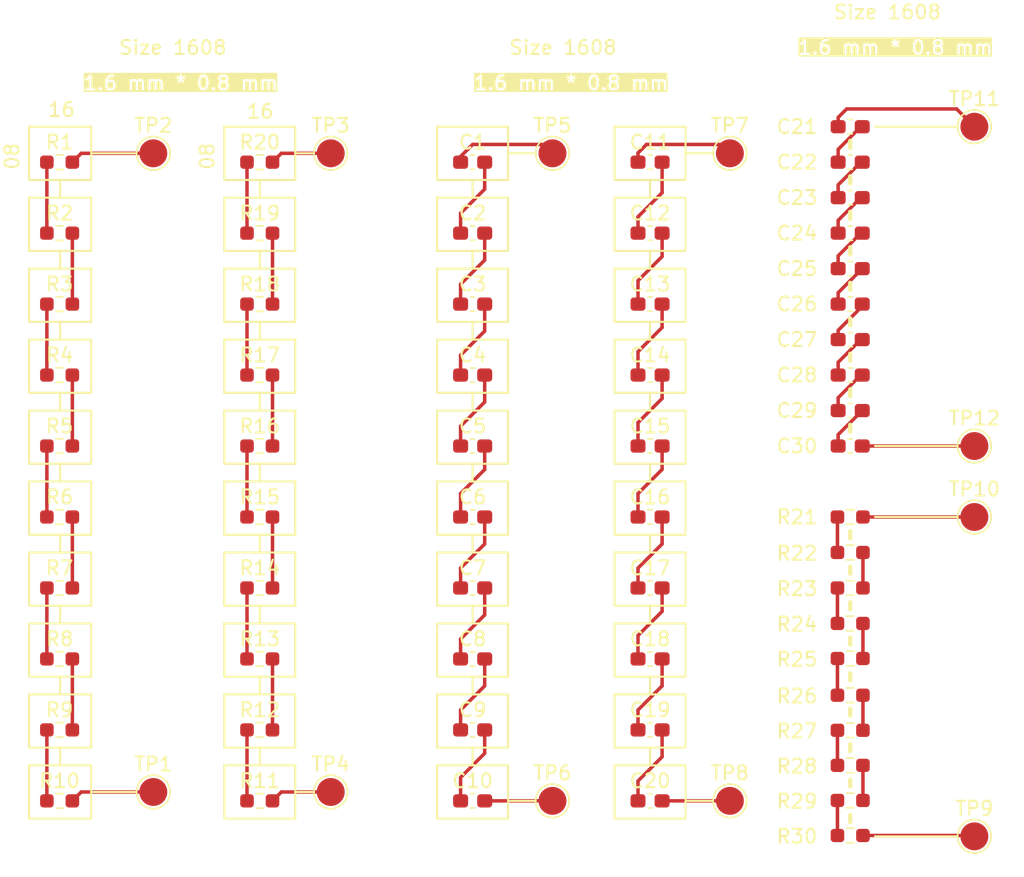
<source format=kicad_pcb>
(kicad_pcb (version 20221018) (generator pcbnew)
  (layers (0 "F.Cu" signal) (31 "B.Cu" signal) (34 "B.Paste" user) (35 "F.Paste" user) (36 "B.SilkS" user "B.Silkscreen") (37 "F.SilkS" user "F.Silkscreen") (38 "B.Mask" user) (39 "F.Mask" user) (44 "Edge.Cuts" user))
  (net 0 "")
  (net 1 "Net-(R1-Pad1)")
  (net 2 "GND")
  (net 3 "Net-(R2-Pad2)")
  (net 4 "Net-(R3-Pad1)")
  (net 5 "Net-(R4-Pad2)")
  (net 6 "Net-(R5-Pad1)")
  (net 7 "Net-(R6-Pad2)")
  (net 8 "Net-(R7-Pad1)")
  (net 9 "Net-(R8-Pad2)")
  (net 10 "Net-(R10-Pad1)")
  (net 11 "Net-(R10-Pad2)")
  (net 12 "Net-(R11-Pad1)")
  (net 13 "Net-(R12-Pad2)")
  (net 14 "Net-(R13-Pad1)")
  (net 15 "Net-(R14-Pad2)")
  (net 16 "Net-(R15-Pad1)")
  (net 17 "Net-(R16-Pad2)")
  (net 18 "Net-(R17-Pad1)")
  (net 19 "Net-(R18-Pad2)")
  (net 20 "Net-(R19-Pad1)")
  (net 21 "Net-(R20-Pad2)")
  (net 22 "Net-(C10-Pad2)")
  (net 23 "Net-(C20-Pad2)")
  (net 24 "Net-(C1-Pad2)")
  (net 25 "Net-(C2-Pad2)")
  (net 26 "Net-(C3-Pad2)")
  (net 27 "Net-(C4-Pad2)")
  (net 28 "Net-(C5-Pad2)")
  (net 29 "Net-(C6-Pad2)")
  (net 30 "Net-(C7-Pad2)")
  (net 31 "Net-(C8-Pad2)")
  (net 32 "Net-(C10-Pad1)")
  (net 33 "Net-(C11-Pad2)")
  (net 34 "Net-(C12-Pad2)")
  (net 35 "Net-(C13-Pad2)")
  (net 36 "Net-(C14-Pad2)")
  (net 37 "Net-(C15-Pad2)")
  (net 38 "Net-(C16-Pad2)")
  (net 39 "Net-(C17-Pad2)")
  (net 40 "Net-(C18-Pad2)")
  (net 41 "Net-(C19-Pad2)")
  (net 42 "Net-(C21-Pad2)")
  (net 43 "Net-(C22-Pad2)")
  (net 44 "Net-(C23-Pad2)")
  (net 45 "Net-(C24-Pad2)")
  (net 46 "Net-(C25-Pad2)")
  (net 47 "Net-(C26-Pad2)")
  (net 48 "Net-(C27-Pad2)")
  (net 49 "Net-(C28-Pad2)")
  (net 50 "Net-(C29-Pad2)")
  (net 51 "Net-(C30-Pad2)")
  (net 52 "Net-(R21-Pad1)")
  (net 53 "Net-(R22-Pad2)")
  (net 54 "Net-(R23-Pad1)")
  (net 55 "Net-(R24-Pad2)")
  (net 56 "Net-(R25-Pad1)")
  (net 57 "Net-(R26-Pad2)")
  (net 58 "Net-(R27-Pad1)")
  (net 59 "Net-(R28-Pad2)")
  (net 60 "Net-(R29-Pad1)")
  (net 61 "Net-(R30-Pad2)")
  (footprint "Resistor_SMD:R_0603_1608Metric_Pad0.98x0.95mm_HandSolder" (layer "F.Cu") (at 139.7 78.74)
    (fp_text reference "R18")
    (fp_text value "R")
  )
  (footprint "TestPoint:TestPoint_Pad_D2.0mm" (layer "F.Cu") (at 160.655 114.3)
    (fp_text reference "TP6")
    (fp_text value "TestPoint")
  )
  (footprint "Capacitor_SMD:C_0603_1608Metric_Pad1.08x0.95mm_HandSolder" (layer "F.Cu") (at 167.64 83.82)
    (fp_text reference "C14")
    (fp_text value "C")
  )
  (footprint "Capacitor_SMD:C_0603_1608Metric_Pad1.08x0.95mm_HandSolder" (layer "F.Cu") (at 181.9675 73.66)
    (fp_text reference "C24")
    (fp_text value "C")
  )
  (footprint "Resistor_SMD:R_0603_1608Metric_Pad0.98x0.95mm_HandSolder" (layer "F.Cu") (at 181.9675 104.11)
    (fp_text reference "R25")
    (fp_text value "R")
  )
  (footprint "TestPoint:TestPoint_Pad_D2.0mm" (layer "F.Cu") (at 190.8575 66.04)
    (fp_text reference "TP11")
    (fp_text value "TestPoint")
  )
  (footprint "TestPoint:TestPoint_Pad_D2.0mm" (layer "F.Cu") (at 144.78 67.945)
    (fp_text reference "TP3")
    (fp_text value "TestPoint")
  )
  (footprint "TestPoint:TestPoint_Pad_D2.0mm" (layer "F.Cu") (at 173.355 114.3)
    (fp_text reference "TP8")
    (fp_text value "TestPoint")
  )
  (footprint "Capacitor_SMD:C_0603_1608Metric_Pad1.08x0.95mm_HandSolder" (layer "F.Cu") (at 154.94 114.3)
    (fp_text reference "C10")
    (fp_text value "C")
  )
  (footprint "Resistor_SMD:R_0603_1608Metric_Pad0.98x0.95mm_HandSolder" (layer "F.Cu") (at 181.9675 93.98)
    (fp_text reference "R21")
    (fp_text value "R")
  )
  (footprint "Resistor_SMD:R_0603_1608Metric_Pad0.98x0.95mm_HandSolder" (layer "F.Cu") (at 181.9675 111.76)
    (fp_text reference "R28")
    (fp_text value "R")
  )
  (footprint "Resistor_SMD:R_0603_1608Metric_Pad0.98x0.95mm_HandSolder" (layer "F.Cu") (at 125.3725 99.06)
    (fp_text reference "R7")
    (fp_text value "R")
  )
  (footprint "Capacitor_SMD:C_0603_1608Metric_Pad1.08x0.95mm_HandSolder" (layer "F.Cu") (at 154.94 104.14)
    (fp_text reference "C8")
    (fp_text value "C")
  )
  (footprint "TestPoint:TestPoint_Pad_D2.0mm" (layer "F.Cu") (at 144.78 113.665)
    (fp_text reference "TP4")
    (fp_text value "TestPoint")
  )
  (footprint "Capacitor_SMD:C_0603_1608Metric_Pad1.08x0.95mm_HandSolder" (layer "F.Cu") (at 154.94 109.22)
    (fp_text reference "C9")
    (fp_text value "C")
  )
  (footprint "Resistor_SMD:R_0603_1608Metric_Pad0.98x0.95mm_HandSolder" (layer "F.Cu") (at 181.9675 101.6)
    (fp_text reference "R24")
    (fp_text value "R")
  )
  (footprint "Resistor_SMD:R_0603_1608Metric_Pad0.98x0.95mm_HandSolder" (layer "F.Cu") (at 125.3725 109.22)
    (fp_text reference "R9")
    (fp_text value "R")
  )
  (footprint "Capacitor_SMD:C_0603_1608Metric_Pad1.08x0.95mm_HandSolder" (layer "F.Cu") (at 154.94 78.74)
    (fp_text reference "C3")
    (fp_text value "C")
  )
  (footprint "Resistor_SMD:R_0603_1608Metric_Pad0.98x0.95mm_HandSolder" (layer "F.Cu") (at 139.7 104.14)
    (fp_text reference "R13")
    (fp_text value "R")
  )
  (footprint "Capacitor_SMD:C_0603_1608Metric_Pad1.08x0.95mm_HandSolder" (layer "F.Cu") (at 167.64 78.74)
    (fp_text reference "C13")
    (fp_text value "C")
  )
  (footprint "Capacitor_SMD:C_0603_1608Metric_Pad1.08x0.95mm_HandSolder" (layer "F.Cu") (at 181.9675 78.74)
    (fp_text reference "C26")
    (fp_text value "C")
  )
  (footprint "TestPoint:TestPoint_Pad_D2.0mm" (layer "F.Cu") (at 190.8575 88.9)
    (fp_text reference "TP12")
    (fp_text value "TestPoint")
  )
  (footprint "Resistor_SMD:R_0603_1608Metric_Pad0.98x0.95mm_HandSolder" (layer "F.Cu") (at 181.9675 116.78)
    (fp_text reference "R30")
    (fp_text value "R")
  )
  (footprint "Capacitor_SMD:C_0603_1608Metric_Pad1.08x0.95mm_HandSolder" (layer "F.Cu") (at 181.9675 71.12)
    (fp_text reference "C23")
    (fp_text value "C")
  )
  (footprint "Resistor_SMD:R_0603_1608Metric_Pad0.98x0.95mm_HandSolder" (layer "F.Cu") (at 125.3725 88.9)
    (fp_text reference "R5")
    (fp_text value "R")
  )
  (footprint "Resistor_SMD:R_0603_1608Metric_Pad0.98x0.95mm_HandSolder" (layer "F.Cu") (at 139.7 68.58)
    (fp_text reference "R20")
    (fp_text value "R")
  )
  (footprint "Resistor_SMD:R_0603_1608Metric_Pad0.98x0.95mm_HandSolder" (layer "F.Cu") (at 125.3725 78.74)
    (fp_text reference "R3")
    (fp_text value "R")
  )
  (footprint "TestPoint:TestPoint_Pad_D2.0mm" (layer "F.Cu") (at 132.08 113.665)
    (fp_text reference "TP1")
    (fp_text value "TestPoint")
  )
  (footprint "Resistor_SMD:R_0603_1608Metric_Pad0.98x0.95mm_HandSolder" (layer "F.Cu") (at 139.7 73.66)
    (fp_text reference "R19")
    (fp_text value "R")
  )
  (footprint "TestPoint:TestPoint_Pad_D2.0mm" (layer "F.Cu") (at 173.355 67.945)
    (fp_text reference "TP7")
    (fp_text value "TestPoint")
  )
  (footprint "Capacitor_SMD:C_0603_1608Metric_Pad1.08x0.95mm_HandSolder" (layer "F.Cu") (at 154.94 93.98)
    (fp_text reference "C6")
    (fp_text value "C")
  )
  (footprint "Capacitor_SMD:C_0603_1608Metric_Pad1.08x0.95mm_HandSolder" (layer "F.Cu") (at 167.64 99.06)
    (fp_text reference "C17")
    (fp_text value "C")
  )
  (footprint "Resistor_SMD:R_0603_1608Metric_Pad0.98x0.95mm_HandSolder" (layer "F.Cu") (at 125.3725 68.58)
    (fp_text reference "R1")
    (fp_text value "R")
  )
  (footprint "Resistor_SMD:R_0603_1608Metric_Pad0.98x0.95mm_HandSolder" (layer "F.Cu") (at 125.3725 73.66)
    (fp_text reference "R2")
    (fp_text value "R")
  )
  (footprint "Capacitor_SMD:C_0603_1608Metric_Pad1.08x0.95mm_HandSolder" (layer "F.Cu") (at 167.64 88.9)
    (fp_text reference "C15")
    (fp_text value "C")
  )
  (footprint "Resistor_SMD:R_0603_1608Metric_Pad0.98x0.95mm_HandSolder" (layer "F.Cu") (at 139.7 109.22)
    (fp_text reference "R12")
    (fp_text value "R")
  )
  (footprint "Resistor_SMD:R_0603_1608Metric_Pad0.98x0.95mm_HandSolder" (layer "F.Cu") (at 139.7 99.06)
    (fp_text reference "R14")
    (fp_text value "R")
  )
  (footprint "TestPoint:TestPoint_Pad_D2.0mm" (layer "F.Cu") (at 190.8575 116.84)
    (fp_text reference "TP9")
    (fp_text value "TestPoint")
  )
  (footprint "TestPoint:TestPoint_Pad_D2.0mm" (layer "F.Cu") (at 190.8575 93.98)
    (fp_text reference "TP10")
    (fp_text value "TestPoint")
  )
  (footprint "Capacitor_SMD:C_0603_1608Metric_Pad1.08x0.95mm_HandSolder" (layer "F.Cu") (at 181.9675 88.9)
    (fp_text reference "C30")
    (fp_text value "C")
  )
  (footprint "Resistor_SMD:R_0603_1608Metric_Pad0.98x0.95mm_HandSolder" (layer "F.Cu") (at 125.3725 114.3)
    (fp_text reference "R10")
    (fp_text value "R")
  )
  (footprint "Capacitor_SMD:C_0603_1608Metric_Pad1.08x0.95mm_HandSolder" (layer "F.Cu") (at 167.64 109.22)
    (fp_text reference "C19")
    (fp_text value "C")
  )
  (footprint "Resistor_SMD:R_0603_1608Metric_Pad0.98x0.95mm_HandSolder" (layer "F.Cu") (at 125.3725 104.14)
    (fp_text reference "R8")
    (fp_text value "R")
  )
  (footprint "Resistor_SMD:R_0603_1608Metric_Pad0.98x0.95mm_HandSolder" (layer "F.Cu") (at 139.7 93.98)
    (fp_text reference "R15")
    (fp_text value "R")
  )
  (footprint "Capacitor_SMD:C_0603_1608Metric_Pad1.08x0.95mm_HandSolder" (layer "F.Cu") (at 181.9675 81.28)
    (fp_text reference "C27")
    (fp_text value "C")
  )
  (footprint "Capacitor_SMD:C_0603_1608Metric_Pad1.08x0.95mm_HandSolder" (layer "F.Cu") (at 167.64 73.66)
    (fp_text reference "C12")
    (fp_text value "C")
  )
  (footprint "Capacitor_SMD:C_0603_1608Metric_Pad1.08x0.95mm_HandSolder" (layer "F.Cu") (at 154.94 88.9)
    (fp_text reference "C5")
    (fp_text value "C")
  )
  (footprint "Resistor_SMD:R_0603_1608Metric_Pad0.98x0.95mm_HandSolder" (layer "F.Cu") (at 181.9675 106.74)
    (fp_text reference "R26")
    (fp_text value "R")
  )
  (footprint "Capacitor_SMD:C_0603_1608Metric_Pad1.08x0.95mm_HandSolder" (layer "F.Cu") (at 167.64 114.3)
    (fp_text reference "C20")
    (fp_text value "C")
  )
  (footprint "Resistor_SMD:R_0603_1608Metric_Pad0.98x0.95mm_HandSolder" (layer "F.Cu") (at 125.3725 83.82)
    (fp_text reference "R4")
    (fp_text value "R")
  )
  (footprint "Resistor_SMD:R_0603_1608Metric_Pad0.98x0.95mm_HandSolder" (layer "F.Cu") (at 181.9675 99.06)
    (fp_text reference "R23")
    (fp_text value "R")
  )
  (footprint "Capacitor_SMD:C_0603_1608Metric_Pad1.08x0.95mm_HandSolder" (layer "F.Cu") (at 181.9675 76.2)
    (fp_text reference "C25")
    (fp_text value "C")
  )
  (footprint "TestPoint:TestPoint_Pad_D2.0mm" (layer "F.Cu") (at 160.655 67.945)
    (fp_text reference "TP5")
    (fp_text value "TestPoint")
  )
  (footprint "Resistor_SMD:R_0603_1608Metric_Pad0.98x0.95mm_HandSolder" (layer "F.Cu") (at 139.7 88.9)
    (fp_text reference "R16")
    (fp_text value "R")
  )
  (footprint "Capacitor_SMD:C_0603_1608Metric_Pad1.08x0.95mm_HandSolder" (layer "F.Cu") (at 167.64 68.58)
    (fp_text reference "C11")
    (fp_text value "C")
  )
  (footprint "Capacitor_SMD:C_0603_1608Metric_Pad1.08x0.95mm_HandSolder" (layer "F.Cu") (at 154.94 83.82)
    (fp_text reference "C4")
    (fp_text value "C")
  )
  (footprint "Capacitor_SMD:C_0603_1608Metric_Pad1.08x0.95mm_HandSolder" (layer "F.Cu") (at 181.9675 86.36)
    (fp_text reference "C29")
    (fp_text value "C")
  )
  (footprint "Resistor_SMD:R_0603_1608Metric_Pad0.98x0.95mm_HandSolder" (layer "F.Cu") (at 181.9675 109.25)
    (fp_text reference "R27")
    (fp_text value "R")
  )
  (footprint "Capacitor_SMD:C_0603_1608Metric_Pad1.08x0.95mm_HandSolder" (layer "F.Cu") (at 181.9675 83.82)
    (fp_text reference "C28")
    (fp_text value "C")
  )
  (footprint "Capacitor_SMD:C_0603_1608Metric_Pad1.08x0.95mm_HandSolder" (layer "F.Cu") (at 154.94 68.58)
    (fp_text reference "C1")
    (fp_text value "C")
  )
  (footprint "Capacitor_SMD:C_0603_1608Metric_Pad1.08x0.95mm_HandSolder" (layer "F.Cu") (at 154.94 99.06)
    (fp_text reference "C7")
    (fp_text value "C")
  )
  (footprint "Capacitor_SMD:C_0603_1608Metric_Pad1.08x0.95mm_HandSolder" (layer "F.Cu") (at 167.64 93.98)
    (fp_text reference "C16")
    (fp_text value "C")
  )
  (footprint "Resistor_SMD:R_0603_1608Metric_Pad0.98x0.95mm_HandSolder" (layer "F.Cu") (at 139.7 83.82)
    (fp_text reference "R17")
    (fp_text value "R")
  )
  (footprint "Resistor_SMD:R_0603_1608Metric_Pad0.98x0.95mm_HandSolder" (layer "F.Cu") (at 181.9675 114.27)
    (fp_text reference "R29")
    (fp_text value "R")
  )
  (footprint "Resistor_SMD:R_0603_1608Metric_Pad0.98x0.95mm_HandSolder" (layer "F.Cu") (at 139.7 114.3)
    (fp_text reference "R11")
    (fp_text value "R")
  )
  (footprint "Capacitor_SMD:C_0603_1608Metric_Pad1.08x0.95mm_HandSolder" (layer "F.Cu") (at 167.64 104.14)
    (fp_text reference "C18")
    (fp_text value "C")
  )
  (footprint "Capacitor_SMD:C_0603_1608Metric_Pad1.08x0.95mm_HandSolder" (layer "F.Cu") (at 181.9675 66.04)
    (fp_text reference "C21")
    (fp_text value "C")
  )
  (footprint "Capacitor_SMD:C_0603_1608Metric_Pad1.08x0.95mm_HandSolder" (layer "F.Cu") (at 154.94 73.66)
    (fp_text reference "C2")
    (fp_text value "C")
  )
  (footprint "Capacitor_SMD:C_0603_1608Metric_Pad1.08x0.95mm_HandSolder" (layer "F.Cu") (at 181.9675 68.58)
    (fp_text reference "C22")
    (fp_text value "C")
  )
  (footprint "Resistor_SMD:R_0603_1608Metric_Pad0.98x0.95mm_HandSolder" (layer "F.Cu") (at 181.9675 96.52)
    (fp_text reference "R22")
    (fp_text value "R")
  )
  (footprint "TestPoint:TestPoint_Pad_D2.0mm" (layer "F.Cu") (at 132.08 67.945)
    (fp_text reference "TP2")
    (fp_text value "TestPoint")
  )
  (footprint "Resistor_SMD:R_0603_1608Metric_Pad0.98x0.95mm_HandSolder" (layer "F.Cu") (at 125.3725 93.98)
    (fp_text reference "R6")
    (fp_text value "R")
  )
  (gr_line (start 183.7455 93.98) (end 189.6575 93.98) (stroke (width 0.15)) (layer "F.SilkS"))
  (gr_line (start 154.94 71.12) (end 154.94 69.85) (stroke (width 0.15)) (layer "F.SilkS"))
  (gr_rect (start 137.16 86.36) (end 142.24 90.17) (stroke (width 0.15)) (fill none) (layer "F.SilkS"))
  (gr_line (start 167.64 95.25) (end 167.64 96.52) (stroke (width 0.15)) (layer "F.SilkS"))
  (gr_rect (start 152.4 71.12) (end 157.48 74.93) (stroke (width 0.15)) (fill none) (layer "F.SilkS"))
  (gr_line (start 154.94 91.44) (end 154.94 90.17) (stroke (width 0.15)) (layer "F.SilkS"))
  (gr_line (start 125.4125 111.76) (end 125.4125 110.49) (stroke (width 0.15)) (layer "F.SilkS"))
  (gr_rect (start 165.1 66.04) (end 170.18 69.85) (stroke (width 0.15)) (fill none) (layer "F.SilkS"))
  (gr_line (start 167.64 80.01) (end 167.64 81.28) (stroke (width 0.15)) (layer "F.SilkS"))
  (gr_line (start 125.4125 81.28) (end 125.4125 80.01) (stroke (width 0.15)) (layer "F.SilkS"))
  (gr_rect (start 123.19 86.36) (end 127.635 90.17) (stroke (width 0.15)) (fill none) (layer "F.SilkS"))
  (gr_rect (start 165.1 111.76) (end 170.18 115.57) (stroke (width 0.15)) (fill none) (layer "F.SilkS"))
  (gr_rect (start 165.1 81.28) (end 170.18 85.09) (stroke (width 0.15)) (fill none) (layer "F.SilkS"))
  (gr_line (start 125.4125 106.68) (end 125.4125 105.41) (stroke (width 0.15)) (layer "F.SilkS"))
  (gr_line (start 125.4125 96.52) (end 125.4125 95.25) (stroke (width 0.15)) (layer "F.SilkS"))
  (gr_rect (start 165.1 106.68) (end 170.18 110.49) (stroke (width 0.15)) (fill none) (layer "F.SilkS"))
  (gr_line (start 125.4125 86.36) (end 125.4125 85.09) (stroke (width 0.15)) (layer "F.SilkS"))
  (gr_line (start 125.4125 71.12) (end 125.4125 69.85) (stroke (width 0.15)) (layer "F.SilkS"))
  (gr_line (start 159.455 114.3) (end 157.48 114.3) (stroke (width 0.15)) (layer "F.SilkS"))
  (gr_line (start 130.88 113.665) (end 127.635 113.665) (stroke (width 0.15)) (layer "F.SilkS"))
  (gr_line (start 154.94 111.76) (end 154.94 110.49) (stroke (width 0.15)) (layer "F.SilkS"))
  (gr_rect (start 123.19 106.68) (end 127.635 110.49) (stroke (width 0.15)) (fill none) (layer "F.SilkS"))
  (gr_rect (start 165.1 71.12) (end 170.18 74.93) (stroke (width 0.15)) (fill none) (layer "F.SilkS"))
  (gr_rect (start 152.4 106.68) (end 157.48 110.49) (stroke (width 0.15)) (fill none) (layer "F.SilkS"))
  (gr_line (start 139.7 96.52) (end 139.7 95.25) (stroke (width 0.15)) (layer "F.SilkS"))
  (gr_line (start 181.9675 100.584) (end 181.9675 100.076) (stroke (width 0.3)) (layer "F.SilkS"))
  (gr_rect (start 165.1 96.52) (end 170.18 100.33) (stroke (width 0.15)) (fill none) (layer "F.SilkS"))
  (gr_line (start 154.94 76.2) (end 154.94 74.93) (stroke (width 0.15)) (layer "F.SilkS"))
  (gr_rect (start 137.16 81.28) (end 142.24 85.09) (stroke (width 0.15)) (fill none) (layer "F.SilkS"))
  (gr_rect (start 137.16 66.04) (end 142.24 69.85) (stroke (width 0.15)) (fill none) (layer "F.SilkS"))
  (gr_rect (start 123.19 91.44) (end 127.635 95.25) (stroke (width 0.15)) (fill none) (layer "F.SilkS"))
  (gr_line (start 154.94 81.28) (end 154.94 80.01) (stroke (width 0.15)) (layer "F.SilkS"))
  (gr_line (start 181.9675 95.504) (end 181.9675 94.996) (stroke (width 0.3)) (layer "F.SilkS"))
  (gr_line (start 189.6575 116.84) (end 183.7455 116.84) (stroke (width 0.15)) (layer "F.SilkS"))
  (gr_line (start 125.4125 76.2) (end 125.4125 74.93) (stroke (width 0.15)) (layer "F.SilkS"))
  (gr_line (start 172.155 114.3) (end 170.18 114.3) (stroke (width 0.15)) (layer "F.SilkS"))
  (gr_line (start 125.4125 101.6) (end 125.4125 100.33) (stroke (width 0.15)) (layer "F.SilkS"))
  (gr_line (start 181.9675 72.644) (end 181.9675 72.136) (stroke (width 0.3)) (layer "F.SilkS"))
  (gr_rect (start 165.1 101.6) (end 170.18 105.41) (stroke (width 0.15)) (fill none) (layer "F.SilkS"))
  (gr_rect (start 123.19 111.76) (end 127.635 115.57) (stroke (width 0.15)) (fill none) (layer "F.SilkS"))
  (gr_rect (start 152.4 81.28) (end 157.48 85.09) (stroke (width 0.15)) (fill none) (layer "F.SilkS"))
  (gr_line (start 154.94 106.68) (end 154.94 105.41) (stroke (width 0.15)) (layer "F.SilkS"))
  (gr_rect (start 137.16 71.12) (end 142.24 74.93) (stroke (width 0.15)) (fill none) (layer "F.SilkS"))
  (gr_rect (start 152.4 66.04) (end 157.48 69.85) (stroke (width 0.15)) (fill none) (layer "F.SilkS"))
  (gr_line (start 181.9675 82.804) (end 181.9675 82.296) (stroke (width 0.3)) (layer "F.SilkS"))
  (gr_line (start 143.58 113.665) (end 142.24 113.665) (stroke (width 0.15)) (layer "F.SilkS"))
  (gr_line (start 154.94 96.52) (end 154.94 95.25) (stroke (width 0.15)) (layer "F.SilkS"))
  (gr_line (start 139.7 71.12) (end 139.7 69.85) (stroke (width 0.15)) (layer "F.SilkS"))
  (gr_line (start 154.94 101.6) (end 154.94 100.33) (stroke (width 0.15)) (layer "F.SilkS"))
  (gr_line (start 139.7 101.6) (end 139.7 100.33) (stroke (width 0.15)) (layer "F.SilkS"))
  (gr_line (start 181.9675 98.044) (end 181.9675 97.536) (stroke (width 0.3)) (layer "F.SilkS"))
  (gr_line (start 143.58 67.945) (end 142.24 67.945) (stroke (width 0.15)) (layer "F.SilkS"))
  (gr_rect (start 137.16 111.76) (end 142.24 115.57) (stroke (width 0.15)) (fill none) (layer "F.SilkS"))
  (gr_line (start 167.64 69.85) (end 167.64 71.12) (stroke (width 0.15)) (layer "F.SilkS"))
  (gr_line (start 125.4125 91.44) (end 125.4125 90.17) (stroke (width 0.15)) (layer "F.SilkS"))
  (gr_line (start 130.88 67.945) (end 127.635 67.945) (stroke (width 0.15)) (layer "F.SilkS"))
  (gr_rect (start 152.4 96.52) (end 157.48 100.33) (stroke (width 0.15)) (fill none) (layer "F.SilkS"))
  (gr_line (start 189.6575 66.04) (end 183.7455 66.04) (stroke (width 0.15)) (layer "F.SilkS"))
  (gr_rect (start 137.16 106.68) (end 142.24 110.49) (stroke (width 0.15)) (fill none) (layer "F.SilkS"))
  (gr_line (start 189.6575 88.9) (end 183.7455 88.9) (stroke (width 0.15)) (layer "F.SilkS"))
  (gr_line (start 167.64 110.49) (end 167.64 111.76) (stroke (width 0.15)) (layer "F.SilkS"))
  (gr_rect (start 152.4 101.6) (end 157.48 105.41) (stroke (width 0.15)) (fill none) (layer "F.SilkS"))
  (gr_rect (start 165.1 91.44) (end 170.18 95.25) (stroke (width 0.15)) (fill none) (layer "F.SilkS"))
  (gr_line (start 139.7 76.2) (end 139.7 74.93) (stroke (width 0.15)) (layer "F.SilkS"))
  (gr_line (start 181.9675 85.344) (end 181.9675 84.836) (stroke (width 0.3)) (layer "F.SilkS"))
  (gr_line (start 181.9675 110.744) (end 181.9675 110.236) (stroke (width 0.3)) (layer "F.SilkS"))
  (gr_line (start 167.64 85.09) (end 167.64 86.36) (stroke (width 0.15)) (layer "F.SilkS"))
  (gr_line (start 181.9675 70.104) (end 181.9675 69.596) (stroke (width 0.3)) (layer "F.SilkS"))
  (gr_line (start 181.9675 103.124) (end 181.9675 102.616) (stroke (width 0.3)) (layer "F.SilkS"))
  (gr_rect (start 123.19 66.04) (end 127.635 69.85) (stroke (width 0.15)) (fill none) (layer "F.SilkS"))
  (gr_line (start 172.155 67.945) (end 170.18 67.945) (stroke (width 0.15)) (layer "F.SilkS"))
  (gr_rect (start 152.4 91.44) (end 157.48 95.25) (stroke (width 0.15)) (fill none) (layer "F.SilkS"))
  (gr_line (start 181.9675 87.884) (end 181.9675 87.376) (stroke (width 0.3)) (layer "F.SilkS"))
  (gr_rect (start 137.16 91.44) (end 142.24 95.25) (stroke (width 0.15)) (fill none) (layer "F.SilkS"))
  (gr_rect (start 152.4 111.76) (end 157.48 115.57) (stroke (width 0.15)) (fill none) (layer "F.SilkS"))
  (gr_rect (start 123.19 81.28) (end 127.635 85.09) (stroke (width 0.15)) (fill none) (layer "F.SilkS"))
  (gr_line (start 181.9675 75.184) (end 181.9675 74.676) (stroke (width 0.3)) (layer "F.SilkS"))
  (gr_line (start 159.455 67.945) (end 157.48 67.945) (stroke (width 0.15)) (layer "F.SilkS"))
  (gr_line (start 181.9675 67.564) (end 181.9675 67.056) (stroke (width 0.3)) (layer "F.SilkS"))
  (gr_line (start 181.9675 115.824) (end 181.9675 115.316) (stroke (width 0.3)) (layer "F.SilkS"))
  (gr_rect (start 123.19 101.6) (end 127.635 105.41) (stroke (width 0.15)) (fill none) (layer "F.SilkS"))
  (gr_line (start 181.9675 80.264) (end 181.9675 79.756) (stroke (width 0.3)) (layer "F.SilkS"))
  (gr_line (start 139.7 111.76) (end 139.7 110.49) (stroke (width 0.15)) (layer "F.SilkS"))
  (gr_line (start 181.9675 108.204) (end 181.9675 107.696) (stroke (width 0.3)) (layer "F.SilkS"))
  (gr_line (start 181.9675 113.284) (end 181.9675 112.776) (stroke (width 0.3)) (layer "F.SilkS"))
  (gr_line (start 167.64 90.17) (end 167.64 91.44) (stroke (width 0.15)) (layer "F.SilkS"))
  (gr_rect (start 123.19 96.52) (end 127.635 100.33) (stroke (width 0.15)) (fill none) (layer "F.SilkS"))
  (gr_line (start 167.64 105.41) (end 167.64 106.68) (stroke (width 0.15)) (layer "F.SilkS"))
  (gr_line (start 154.94 86.36) (end 154.94 85.09) (stroke (width 0.15)) (layer "F.SilkS"))
  (gr_line (start 167.64 101.6) (end 167.64 100.33) (stroke (width 0.15)) (layer "F.SilkS"))
  (gr_rect (start 152.4 86.36) (end 157.48 90.17) (stroke (width 0.15)) (fill none) (layer "F.SilkS"))
  (gr_line (start 139.7 86.36) (end 139.7 85.09) (stroke (width 0.15)) (layer "F.SilkS"))
  (gr_line (start 139.7 91.44) (end 139.7 90.17) (stroke (width 0.15)) (layer "F.SilkS"))
  (gr_rect (start 152.4 76.2) (end 157.48 80.01) (stroke (width 0.15)) (fill none) (layer "F.SilkS"))
  (gr_rect (start 165.1 86.36) (end 170.18 90.17) (stroke (width 0.15)) (fill none) (layer "F.SilkS"))
  (gr_line (start 139.7 81.28) (end 139.7 80.01) (stroke (width 0.15)) (layer "F.SilkS"))
  (gr_rect (start 137.16 96.52) (end 142.24 100.33) (stroke (width 0.15)) (fill none) (layer "F.SilkS"))
  (gr_line (start 181.9675 105.664) (end 181.9675 105.156) (stroke (width 0.3)) (layer "F.SilkS"))
  (gr_line (start 167.64 74.93) (end 167.64 76.2) (stroke (width 0.15)) (layer "F.SilkS"))
  (gr_rect (start 137.16 76.2) (end 142.24 80.01) (stroke (width 0.15)) (fill none) (layer "F.SilkS"))
  (gr_line (start 181.9675 77.724) (end 181.9675 77.216) (stroke (width 0.3)) (layer "F.SilkS"))
  (gr_rect (start 123.19 71.12) (end 127.635 74.93) (stroke (width 0.15)) (fill none) (layer "F.SilkS"))
  (gr_line (start 139.7 106.68) (end 139.7 105.41) (stroke (width 0.15)) (layer "F.SilkS"))
  (gr_rect (start 165.1 76.2) (end 170.18 80.01) (stroke (width 0.15)) (fill none) (layer "F.SilkS"))
  (gr_rect (start 137.16 101.6) (end 142.24 105.41) (stroke (width 0.15)) (fill none) (layer "F.SilkS"))
  (gr_rect (start 123.19 76.2) (end 127.635 80.01) (stroke (width 0.15)) (fill none) (layer "F.SilkS"))
  (gr_text "16" (at 138.684 65.532) (layer "F.SilkS") (effects (font (size 1 1)) (justify left bottom)))
  (gr_text "1.6 mm * 0.8 mm" (at 178.1575 60.96) (layer "F.SilkS" knockout) (effects (font (size 1 1)) (justify left bottom)))
  (gr_text "16" (at 124.46 65.405) (layer "F.SilkS") (effects (font (size 1 1)) (justify left bottom)))
  (gr_text "Size 1608 " (at 180.6975 58.42) (layer "F.SilkS") (effects (font (size 1 1)) (justify left bottom)))
  (gr_text "1.6 mm * 0.8 mm" (at 127 63.5) (layer "F.SilkS" knockout) (effects (font (size 1 1)) (justify left bottom)))
  (gr_text "08" (at 136.525 69.215 90) (layer "F.SilkS") (effects (font (size 1 1)) (justify left bottom)))
  (gr_text "08" (at 122.555 69.215 90) (layer "F.SilkS") (effects (font (size 1 1)) (justify left bottom)))
  (gr_text "Size 1608 " (at 129.54 60.96) (layer "F.SilkS") (effects (font (size 1 1)) (justify left bottom)))
  (gr_text "1.6 mm * 0.8 mm" (at 154.94 63.5) (layer "F.SilkS" knockout) (effects (font (size 1 1)) (justify left bottom)))
  (gr_text "Size 1608 " (at 157.48 60.96) (layer "F.SilkS") (effects (font (size 1 1)) (justify left bottom)))
  (segment (start 124.46 68.58) (end 124.46 73.66) (width 0.25) (layer "F.Cu") (net 1))
  (segment (start 160.02 67.31) (end 154.94 67.31) (width 0.25) (layer "F.Cu") (net 2))
  (segment (start 182.88 93.98) (end 190.8575 93.98) (width 0.25) (layer "F.Cu") (net 2))
  (segment (start 181.7135 64.77) (end 189.5875 64.77) (width 0.25) (layer "F.Cu") (net 2))
  (segment (start 166.7775 68.58) (end 166.7775 67.9185) (width 0.25) (layer "F.Cu") (net 2))
  (segment (start 181.105 65.3785) (end 181.7135 64.77) (width 0.25) (layer "F.Cu") (net 2))
  (segment (start 140.6125 114.3) (end 141.2475 113.665) (width 0.25) (layer "F.Cu") (net 2))
  (segment (start 172.72 67.31) (end 173.355 67.945) (width 0.25) (layer "F.Cu") (net 2))
  (segment (start 154.94 67.31) (end 154.0775 68.1725) (width 0.25) (layer "F.Cu") (net 2))
  (segment (start 141.2475 113.665) (end 144.78 113.665) (width 0.25) (layer "F.Cu") (net 2))
  (segment (start 166.7775 67.9185) (end 167.386 67.31) (width 0.25) (layer "F.Cu") (net 2))
  (segment (start 167.386 67.31) (end 172.72 67.31) (width 0.25) (layer "F.Cu") (net 2))
  (segment (start 160.655 67.945) (end 160.02 67.31) (width 0.25) (layer "F.Cu") (net 2))
  (segment (start 189.5875 64.77) (end 190.8575 66.04) (width 0.25) (layer "F.Cu") (net 2))
  (segment (start 181.105 66.04) (end 181.105 65.3785) (width 0.25) (layer "F.Cu") (net 2))
  (segment (start 154.0775 68.1725) (end 154.0775 68.58) (width 0.25) (layer "F.Cu") (net 2))
  (segment (start 126.92 67.945) (end 126.285 68.58) (width 0.25) (layer "F.Cu") (net 2))
  (segment (start 132.08 67.945) (end 126.92 67.945) (width 0.25) (layer "F.Cu") (net 2))
  (segment (start 126.285 73.66) (end 126.285 78.74) (width 0.25) (layer "F.Cu") (net 3))
  (segment (start 124.46 78.74) (end 124.46 83.82) (width 0.25) (layer "F.Cu") (net 4))
  (segment (start 126.285 83.82) (end 126.285 88.9) (width 0.25) (layer "F.Cu") (net 5))
  (segment (start 124.46 88.9) (end 124.46 93.98) (width 0.25) (layer "F.Cu") (net 6))
  (segment (start 126.285 93.98) (end 126.285 99.06) (width 0.25) (layer "F.Cu") (net 7))
  (segment (start 124.46 99.06) (end 124.46 104.14) (width 0.25) (layer "F.Cu") (net 8))
  (segment (start 126.285 104.14) (end 126.285 109.22) (width 0.25) (layer "F.Cu") (net 9))
  (segment (start 124.46 109.22) (end 124.46 114.3) (width 0.25) (layer "F.Cu") (net 10))
  (segment (start 126.92 113.665) (end 132.08 113.665) (width 0.25) (layer "F.Cu") (net 11))
  (segment (start 126.285 114.3) (end 126.92 113.665) (width 0.25) (layer "F.Cu") (net 11))
  (segment (start 138.7875 109.22) (end 138.7875 114.3) (width 0.25) (layer "F.Cu") (net 12))
  (segment (start 140.6125 104.14) (end 140.6125 109.22) (width 0.25) (layer "F.Cu") (net 13))
  (segment (start 138.7875 99.06) (end 138.7875 104.14) (width 0.25) (layer "F.Cu") (net 14))
  (segment (start 140.6125 93.98) (end 140.6125 99.06) (width 0.25) (layer "F.Cu") (net 15))
  (segment (start 138.7875 88.9) (end 138.7875 93.98) (width 0.25) (layer "F.Cu") (net 16))
  (segment (start 140.6125 83.82) (end 140.6125 88.9) (width 0.25) (layer "F.Cu") (net 17))
  (segment (start 138.7875 78.74) (end 138.7875 83.82) (width 0.25) (layer "F.Cu") (net 18))
  (segment (start 140.6125 73.66) (end 140.6125 78.74) (width 0.25) (layer "F.Cu") (net 19))
  (segment (start 138.7875 68.58) (end 138.7875 73.66) (width 0.25) (layer "F.Cu") (net 20))
  (segment (start 141.2475 67.945) (end 140.6125 68.58) (width 0.25) (layer "F.Cu") (net 21))
  (segment (start 144.78 67.945) (end 141.2475 67.945) (width 0.25) (layer "F.Cu") (net 21))
  (segment (start 155.8025 114.3) (end 160.655 114.3) (width 0.25) (layer "F.Cu") (net 22))
  (segment (start 168.5025 114.3) (end 173.355 114.3) (width 0.25) (layer "F.Cu") (net 23))
  (segment (start 155.8025 68.58) (end 155.8025 70.5115) (width 0.25) (layer "F.Cu") (net 24))
  (segment (start 154.0775 72.2365) (end 154.0775 73.66) (width 0.25) (layer "F.Cu") (net 24))
  (segment (start 155.8025 70.5115) (end 154.0775 72.2365) (width 0.25) (layer "F.Cu") (net 24))
  (segment (start 155.8025 73.66) (end 155.8025 75.5915) (width 0.25) (layer "F.Cu") (net 25))
  (segment (start 154.0775 77.3165) (end 154.0775 78.74) (width 0.25) (layer "F.Cu") (net 25))
  (segment (start 155.8025 75.5915) (end 154.0775 77.3165) (width 0.25) (layer "F.Cu") (net 25))
  (segment (start 154.0775 82.3965) (end 154.0775 83.82) (width 0.25) (layer "F.Cu") (net 26))
  (segment (start 155.8025 78.74) (end 155.8025 80.6715) (width 0.25) (layer "F.Cu") (net 26))
  (segment (start 155.8025 80.6715) (end 154.0775 82.3965) (width 0.25) (layer "F.Cu") (net 26))
  (segment (start 155.8025 83.82) (end 155.8025 85.7515) (width 0.25) (layer "F.Cu") (net 27))
  (segment (start 155.8025 85.7515) (end 154.0775 87.4765) (width 0.25) (layer "F.Cu") (net 27))
  (segment (start 154.0775 87.4765) (end 154.0775 88.9) (width 0.25) (layer "F.Cu") (net 27))
  (segment (start 154.0775 92.3025) (end 154.0775 93.98) (width 0.25) (layer "F.Cu") (net 28))
  (segment (start 155.8025 90.5775) (end 154.0775 92.3025) (width 0.25) (layer "F.Cu") (net 28))
  (segment (start 155.8025 88.9) (end 155.8025 90.5775) (width 0.25) (layer "F.Cu") (net 28))
  (segment (start 154.0775 97.6365) (end 154.0775 99.06) (width 0.25) (layer "F.Cu") (net 29))
  (segment (start 155.8025 93.98) (end 155.8025 95.9115) (width 0.25) (layer "F.Cu") (net 29))
  (segment (start 155.8025 95.9115) (end 154.0775 97.6365) (width 0.25) (layer "F.Cu") (net 29))
  (segment (start 155.8025 99.06) (end 155.8025 100.9915) (width 0.25) (layer "F.Cu") (net 30))
  (segment (start 154.0775 102.7165) (end 154.0775 104.14) (width 0.25) (layer "F.Cu") (net 30))
  (segment (start 155.8025 100.9915) (end 154.0775 102.7165) (width 0.25) (layer "F.Cu") (net 30))
  (segment (start 155.8025 104.14) (end 155.8025 106.0715) (width 0.25) (layer "F.Cu") (net 31))
  (segment (start 155.8025 106.0715) (end 154.0775 107.7965) (width 0.25) (layer "F.Cu") (net 31))
  (segment (start 154.0775 107.7965) (end 154.0775 109.22) (width 0.25) (layer "F.Cu") (net 31))
  (segment (start 155.8025 110.8975) (end 154.0775 112.6225) (width 0.25) (layer "F.Cu") (net 32))
  (segment (start 154.0775 112.6225) (end 154.0775 114.3) (width 0.25) (layer "F.Cu") (net 32))
  (segment (start 155.8025 109.22) (end 155.8025 110.8975) (width 0.25) (layer "F.Cu") (net 32))
  (segment (start 168.5025 68.58) (end 168.5025 70.7655) (width 0.25) (layer "F.Cu") (net 33))
  (segment (start 166.7775 72.4905) (end 166.7775 73.66) (width 0.25) (layer "F.Cu") (net 33))
  (segment (start 168.5025 70.7655) (end 166.7775 72.4905) (width 0.25) (layer "F.Cu") (net 33))
  (segment (start 166.7775 77.0625) (end 166.7775 78.74) (width 0.25) (layer "F.Cu") (net 34))
  (segment (start 168.5025 73.66) (end 168.5025 75.3375) (width 0.25) (layer "F.Cu") (net 34))
  (segment (start 168.5025 75.3375) (end 166.7775 77.0625) (width 0.25) (layer "F.Cu") (net 34))
  (segment (start 168.5025 78.74) (end 168.5025 80.4175) (width 0.25) (layer "F.Cu") (net 35))
  (segment (start 168.5025 80.4175) (end 166.7775 82.1425) (width 0.25) (layer "F.Cu") (net 35))
  (segment (start 166.7775 82.1425) (end 166.7775 83.82) (width 0.25) (layer "F.Cu") (net 35))
  (segment (start 166.7775 87.2225) (end 166.7775 88.9) (width 0.25) (layer "F.Cu") (net 36))
  (segment (start 168.5025 83.82) (end 168.5025 85.4975) (width 0.25) (layer "F.Cu") (net 36))
  (segment (start 168.5025 85.4975) (end 166.7775 87.2225) (width 0.25) (layer "F.Cu") (net 36))
  (segment (start 168.5025 88.9) (end 168.5025 90.5775) (width 0.25) (layer "F.Cu") (net 37))
  (segment (start 168.5025 90.5775) (end 166.7775 92.3025) (width 0.25) (layer "F.Cu") (net 37))
  (segment (start 166.7775 92.3025) (end 166.7775 93.98) (width 0.25) (layer "F.Cu") (net 37))
  (segment (start 166.7775 97.6365) (end 166.7775 99.06) (width 0.25) (layer "F.Cu") (net 38))
  (segment (start 168.5025 93.98) (end 168.5025 95.9115) (width 0.25) (layer "F.Cu") (net 38))
  (segment (start 168.5025 95.9115) (end 166.7775 97.6365) (width 0.25) (layer "F.Cu") (net 38))
  (segment (start 166.7775 102.4625) (end 166.7775 104.14) (width 0.25) (layer "F.Cu") (net 39))
  (segment (start 168.5025 99.06) (end 168.5025 100.7375) (width 0.25) (layer "F.Cu") (net 39))
  (segment (start 168.5025 100.7375) (end 166.7775 102.4625) (width 0.25) (layer "F.Cu") (net 39))
  (segment (start 166.7775 107.7965) (end 166.7775 109.22) (width 0.25) (layer "F.Cu") (net 40))
  (segment (start 168.5025 106.0715) (end 166.7775 107.7965) (width 0.25) (layer "F.Cu") (net 40))
  (segment (start 168.5025 104.14) (end 168.5025 106.0715) (width 0.25) (layer "F.Cu") (net 40))
  (segment (start 166.7775 112.8765) (end 166.7775 114.3) (width 0.25) (layer "F.Cu") (net 41))
  (segment (start 168.5025 109.22) (end 168.5025 111.1515) (width 0.25) (layer "F.Cu") (net 41))
  (segment (start 168.5025 111.1515) (end 166.7775 112.8765) (width 0.25) (layer "F.Cu") (net 41))
  (segment (start 182.83 66.04) (end 182.7295 66.04) (width 0.25) (layer "F.Cu") (net 42))
  (segment (start 181.105 67.6645) (end 181.105 68.58) (width 0.25) (layer "F.Cu") (net 42))
  (segment (start 182.7295 66.04) (end 181.105 67.6645) (width 0.25) (layer "F.Cu") (net 42))
  (segment (start 182.7295 68.58) (end 181.105 70.2045) (width 0.25) (layer "F.Cu") (net 43))
  (segment (start 182.83 68.58) (end 182.7295 68.58) (width 0.25) (layer "F.Cu") (net 43))
  (segment (start 181.105 70.2045) (end 181.105 71.12) (width 0.25) (layer "F.Cu") (net 43))
  (segment (start 181.105 72.7445) (end 181.105 73.66) (width 0.25) (layer "F.Cu") (net 44))
  (segment (start 182.83 71.12) (end 182.7295 71.12) (width 0.25) (layer "F.Cu") (net 44))
  (segment (start 182.7295 71.12) (end 181.105 72.7445) (width 0.25) (layer "F.Cu") (net 44))
  (segment (start 181.105 75.2845) (end 181.105 76.2) (width 0.25) (layer "F.Cu") (net 45))
  (segment (start 182.83 73.66) (end 182.7295 73.66) (width 0.25) (layer "F.Cu") (net 45))
  (segment (start 182.7295 73.66) (end 181.105 75.2845) (width 0.25) (layer "F.Cu") (net 45))
  (segment (start 182.83 76.2) (end 181.105 77.925) (width 0.25) (layer "F.Cu") (net 46))
  (segment (start 181.105 77.925) (end 181.105 78.74) (width 0.25) (layer "F.Cu") (net 46))
  (segment (start 182.83 78.74) (end 182.83 78.8935) (width 0.25) (layer "F.Cu") (net 47))
  (segment (start 182.83 78.8935) (end 181.105 80.6185) (width 0.25) (layer "F.Cu") (net 47))
  (segment (start 181.105 80.6185) (end 181.105 81.28) (width 0.25) (layer "F.Cu") (net 47))
  (segment (start 182.83 81.28) (end 182.7295 81.28) (width 0.25) (layer "F.Cu") (net 48))
  (segment (start 182.7295 81.28) (end 181.105 82.9045) (width 0.25) (layer "F.Cu") (net 48))
  (segment (start 181.105 82.9045) (end 181.105 83.82) (width 0.25) (layer "F.Cu") (net 48))
  (segment (start 181.105 85.4445) (end 181.105 86.36) (width 0.25) (layer "F.Cu") (net 49))
  (segment (start 182.83 83.82) (end 182.7295 83.82) (width 0.25) (layer "F.Cu") (net 49))
  (segment (start 182.7295 83.82) (end 181.105 85.4445) (width 0.25) (layer "F.Cu") (net 49))
  (segment (start 182.83 86.36) (end 181.105 88.085) (width 0.25) (layer "F.Cu") (net 50))
  (segment (start 181.105 88.085) (end 181.105 88.9) (width 0.25) (layer "F.Cu") (net 50))
  (segment (start 182.83 88.9) (end 190.8575 88.9) (width 0.25) (layer "F.Cu") (net 51))
  (segment (start 181.055 93.98) (end 181.055 96.52) (width 0.25) (layer "F.Cu") (net 52))
  (segment (start 182.88 96.52) (end 182.88 99.06) (width 0.25) (layer "F.Cu") (net 53))
  (segment (start 181.055 99.06) (end 181.055 101.6) (width 0.25) (layer "F.Cu") (net 54))
  (segment (start 182.88 101.6) (end 182.88 104.11) (width 0.25) (layer "F.Cu") (net 55))
  (segment (start 181.055 104.11) (end 181.055 106.74) (width 0.25) (layer "F.Cu") (net 56))
  (segment (start 182.88 106.74) (end 182.88 109.25) (width 0.25) (layer "F.Cu") (net 57))
  (segment (start 181.055 109.25) (end 181.055 111.76) (width 0.25) (layer "F.Cu") (net 58))
  (segment (start 182.88 111.76) (end 182.88 114.27) (width 0.25) (layer "F.Cu") (net 59))
  (segment (start 181.055 114.27) (end 181.055 116.78) (width 0.25) (layer "F.Cu") (net 60))
  (segment (start 182.88 116.78) (end 190.7975 116.78) (width 0.25) (layer "F.Cu") (net 61))
  (segment (start 182.94 116.84) (end 182.88 116.78) (width 0.25) (layer "F.Cu") (net 61))
  (segment (start 190.7975 116.78) (end 190.8575 116.84) (width 0.25) (layer "F.Cu") (net 61))
)
</source>
